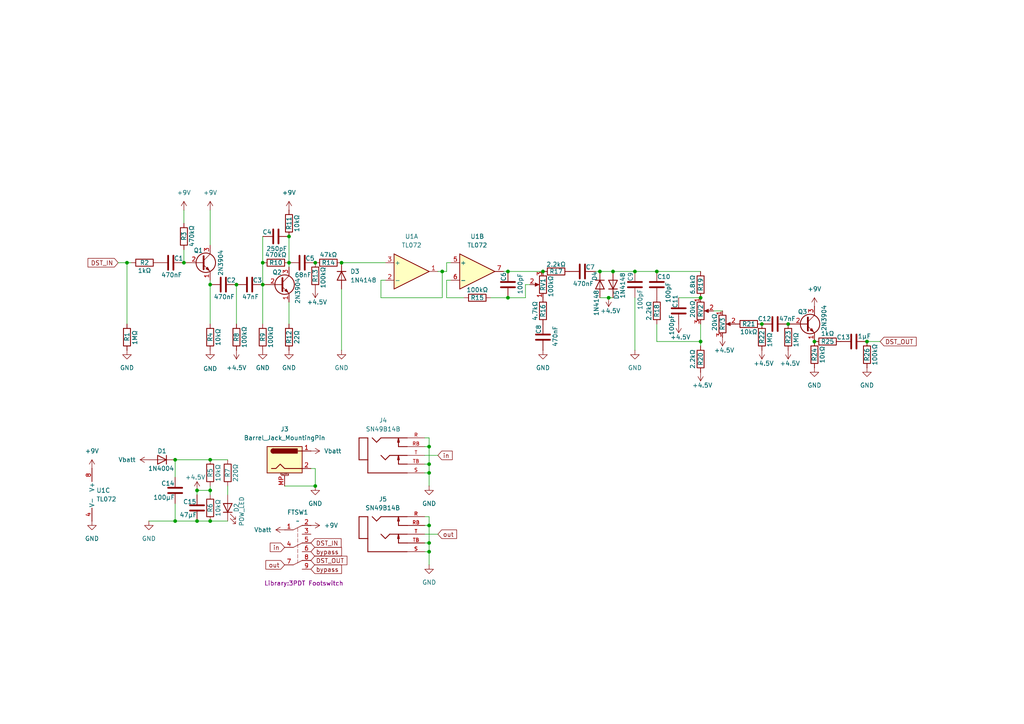
<source format=kicad_sch>
(kicad_sch (version 20231120) (generator "eeschema") (generator_version "8.0")
  (paper "A4")
  (lib_symbols
    (symbol "Amplifier_Operational:TL072" (pin_names (offset 0.127))
      (property "Reference" "U" (at 0 5.08 0))
      (property "Value" "TL072" (at 0 -5.08 0))
      (symbol "TL072_1_1"
        (polyline (pts (xy -5.08 5.08) (xy 5.08 0) (xy -5.08 -5.08) (xy -5.08 5.08)) (stroke (width 0.254)) (fill (type background)))
        (pin output line (at 7.62 0 180) (length 2.54) (name "~") (number "1"))
        (pin input line (at -7.62 -2.54 0) (length 2.54) (name "-") (number "2"))
        (pin input line (at -7.62 2.54 0) (length 2.54) (name "+") (number "3"))
      )
      (symbol "TL072_2_1"
        (polyline (pts (xy -5.08 5.08) (xy 5.08 0) (xy -5.08 -5.08) (xy -5.08 5.08)) (stroke (width 0.254)) (fill (type background)))
        (pin input line (at -7.62 2.54 0) (length 2.54) (name "+") (number "5"))
        (pin input line (at -7.62 -2.54 0) (length 2.54) (name "-") (number "6"))
        (pin output line (at 7.62 0 180) (length 2.54) (name "~") (number "7"))
      )
      (symbol "TL072_3_1"
        (pin power_in line (at -2.54 -7.62 90) (length 3.81) (name "V-") (number "4"))
        (pin power_in line (at -2.54 7.62 270) (length 3.81) (name "V+") (number "8"))
      )
    )
    (symbol "Connector:Barrel_Jack_MountingPin" (pin_names hide)
      (property "Reference" "J" (at 0 5.334 0))
      (property "Value" "Barrel_Jack_MountingPin" (at 1.27 -6.35 0))
      (symbol "Barrel_Jack_MountingPin_0_1"
        (rectangle (start -5.08 3.81) (end 5.08 -3.81) (stroke (width 0.254)) (fill (type background)))
        (arc (start -3.302 3.175) (mid -3.9343 2.54) (end -3.302 1.905) (stroke (width 0.254)))
        (arc (start -3.302 3.175) (mid -3.9343 2.54) (end -3.302 1.905) (stroke (width 0.254)) (fill (type outline)))
        (polyline (pts (xy 5.08 2.54) (xy 3.81 2.54)) (stroke (width 0.254)))
        (polyline (pts (xy -3.81 -2.54) (xy -2.54 -2.54) (xy -1.27 -1.27) (xy 0 -2.54) (xy 2.54 -2.54) (xy 5.08 -2.54)) (stroke (width 0.254)))
        (rectangle (start 3.683 3.175) (end -3.302 1.905) (stroke (width 0.254)) (fill (type outline)))
      )
      (symbol "Barrel_Jack_MountingPin_1_1"
        (polyline (pts (xy -1.016 -4.572) (xy 1.016 -4.572)) (stroke (width 0.1524)))
        (text "Mounting" (at 0 -4.191 0) (effects (font (size 0.381 0.381))))
        (pin passive line (at 7.62 2.54 180) (length 2.54) (name "~") (number "1"))
        (pin passive line (at 7.62 -2.54 180) (length 2.54) (name "~") (number "2"))
        (pin passive line (at 0 -7.62 90) (length 3.048) (name "MountPin") (number "MP"))
      )
    )
    (symbol "Device:C" (pin_numbers hide) (pin_names (offset 0.254))
      (property "Reference" "C" (at 0.635 2.54 0))
      (property "Value" "C" (at 0.635 -2.54 0))
      (symbol "C_0_1"
        (polyline (pts (xy -2.032 -0.762) (xy 2.032 -0.762)) (stroke (width 0.508)))
        (polyline (pts (xy -2.032 0.762) (xy 2.032 0.762)) (stroke (width 0.508)))
      )
      (symbol "C_1_1"
        (pin passive line (at 0 3.81 270) (length 2.794) (name "~") (number "1"))
        (pin passive line (at 0 -3.81 90) (length 2.794) (name "~") (number "2"))
      )
    )
    (symbol "Device:LED" (pin_numbers hide) (pin_names (offset 1.016) hide)
      (property "Reference" "D" (at 0 2.54 0))
      (property "Value" "LED" (at 0 -2.54 0))
      (symbol "LED_0_1"
        (polyline (pts (xy -1.27 -1.27) (xy -1.27 1.27)) (stroke (width 0.254)))
        (polyline (pts (xy -1.27 0) (xy 1.27 0)))
        (polyline (pts (xy 1.27 -1.27) (xy 1.27 1.27) (xy -1.27 0) (xy 1.27 -1.27)) (stroke (width 0.254)))
        (polyline (pts (xy -3.048 -0.762) (xy -4.572 -2.286) (xy -3.81 -2.286) (xy -4.572 -2.286) (xy -4.572 -1.524)))
        (polyline (pts (xy -1.778 -0.762) (xy -3.302 -2.286) (xy -2.54 -2.286) (xy -3.302 -2.286) (xy -3.302 -1.524)))
      )
      (symbol "LED_1_1"
        (pin passive line (at -3.81 0 0) (length 2.54) (name "K") (number "1"))
        (pin passive line (at 3.81 0 180) (length 2.54) (name "A") (number "2"))
      )
    )
    (symbol "Device:R" (pin_numbers hide) (pin_names (offset 0))
      (property "Reference" "R" (at 2.032 0 90))
      (property "Value" "R" (at 0 0 90))
      (symbol "R_0_1"
        (rectangle (start -1.016 -2.54) (end 1.016 2.54) (stroke (width 0.254)))
      )
      (symbol "R_1_1"
        (pin passive line (at 0 3.81 270) (length 1.27) (name "~") (number "1"))
        (pin passive line (at 0 -3.81 90) (length 1.27) (name "~") (number "2"))
      )
    )
    (symbol "Device:R_Potentiometer" (pin_names (offset 1.016) hide)
      (property "Reference" "RV" (at -4.445 0 90))
      (property "Value" "R_Potentiometer" (at -2.54 0 90))
      (symbol "R_Potentiometer_0_1"
        (polyline (pts (xy 2.54 0) (xy 1.524 0)))
        (polyline (pts (xy 1.143 0) (xy 2.286 0.508) (xy 2.286 -0.508) (xy 1.143 0)) (fill (type outline)))
        (rectangle (start 1.016 2.54) (end -1.016 -2.54) (stroke (width 0.254)))
      )
      (symbol "R_Potentiometer_1_1"
        (pin passive line (at 0 3.81 270) (length 1.27) (name "1") (number "1"))
        (pin passive line (at 3.81 0 180) (length 1.27) (name "2") (number "2"))
        (pin passive line (at 0 -3.81 90) (length 1.27) (name "3") (number "3"))
      )
    )
    (symbol "Diode:1N4004" (pin_numbers hide) (pin_names hide)
      (property "Reference" "D" (at 0 2.54 0))
      (property "Value" "1N4004" (at 0 -2.54 0))
      (symbol "1N4004_0_1"
        (polyline (pts (xy -1.27 1.27) (xy -1.27 -1.27)) (stroke (width 0.254)))
        (polyline (pts (xy 1.27 0) (xy -1.27 0)))
        (polyline (pts (xy 1.27 1.27) (xy 1.27 -1.27) (xy -1.27 0) (xy 1.27 1.27)) (stroke (width 0.254)))
      )
      (symbol "1N4004_1_1"
        (pin passive line (at -3.81 0 0) (length 2.54) (name "K") (number "1"))
        (pin passive line (at 3.81 0 180) (length 2.54) (name "A") (number "2"))
      )
    )
    (symbol "Diode:1N4148" (pin_numbers hide) (pin_names hide)
      (property "Reference" "D" (at 0 2.54 0))
      (property "Value" "1N4148" (at 0 -2.54 0))
      (symbol "1N4148_0_1"
        (polyline (pts (xy -1.27 1.27) (xy -1.27 -1.27)) (stroke (width 0.254)))
        (polyline (pts (xy 1.27 0) (xy -1.27 0)))
        (polyline (pts (xy 1.27 1.27) (xy 1.27 -1.27) (xy -1.27 0) (xy 1.27 1.27)) (stroke (width 0.254)))
      )
      (symbol "1N4148_1_1"
        (pin passive line (at -3.81 0 0) (length 2.54) (name "K") (number "1"))
        (pin passive line (at 3.81 0 180) (length 2.54) (name "A") (number "2"))
      )
    )
    (symbol "PJ-644C:SN49B14B" (pin_names (offset 1.016))
      (property "Reference" "J" (at -5.08 7.62 0))
      (property "Value" "SN49B14B" (at -5.08 -7.62 0))
      (symbol "SN49B14B_0_0"
        (polyline (pts (xy -8.89 -1.27) (xy -8.89 5.08)) (stroke (width 0.254)))
        (polyline (pts (xy -8.89 5.08) (xy -6.35 5.08)) (stroke (width 0.254)))
        (polyline (pts (xy -6.35 -5.08) (xy -6.35 -1.27)) (stroke (width 0.254)))
        (polyline (pts (xy -6.35 -5.08) (xy 5.08 -5.08)) (stroke (width 0.254)))
        (polyline (pts (xy -6.35 -1.27) (xy -8.89 -1.27)) (stroke (width 0.254)))
        (polyline (pts (xy -6.35 5.08) (xy -6.35 -1.27)) (stroke (width 0.254)))
        (polyline (pts (xy -5.08 5.08) (xy -3.81 3.81)) (stroke (width 0.254)))
        (polyline (pts (xy -3.81 3.81) (xy -2.54 5.08)) (stroke (width 0.254)))
        (polyline (pts (xy -2.54 0) (xy -1.27 -1.27)) (stroke (width 0.254)))
        (polyline (pts (xy -2.54 5.08) (xy 5.08 5.08)) (stroke (width 0.254)))
        (polyline (pts (xy -1.27 -1.27) (xy 0 0)) (stroke (width 0.254)))
        (polyline (pts (xy 0 0) (xy 5.08 0)) (stroke (width 0.254)))
        (polyline (pts (xy 2.54 -2.54) (xy 2.54 -0.762)) (stroke (width 0.254)))
        (polyline (pts (xy 2.54 -2.54) (xy 5.08 -2.54)) (stroke (width 0.254)))
        (polyline (pts (xy 2.54 2.54) (xy 2.54 4.318)) (stroke (width 0.254)))
        (polyline (pts (xy 2.54 2.54) (xy 5.08 2.54)) (stroke (width 0.254)))
        (polyline (pts (xy 2.54 0) (xy 2.286 -1.27) (xy 2.794 -1.27) (xy 2.54 0)) (stroke (width 0.254)) (fill (type outline)))
        (polyline (pts (xy 2.54 5.08) (xy 2.286 3.81) (xy 2.794 3.81) (xy 2.54 5.08)) (stroke (width 0.254)) (fill (type outline)))
        (pin passive line (at 10.16 5.08 180) (length 5.08) (name "~") (number "R"))
        (pin passive line (at 10.16 2.54 180) (length 5.08) (name "~") (number "RB"))
        (pin passive line (at 10.16 -5.08 180) (length 5.08) (name "~") (number "S"))
        (pin passive line (at 10.16 0 180) (length 5.08) (name "~") (number "T"))
        (pin passive line (at 10.16 -2.54 180) (length 5.08) (name "~") (number "TB"))
      )
    )
    (symbol "Transistor_BJT:2N3904" (pin_names (offset 0) hide)
      (property "Reference" "Q" (at 5.08 1.905 0))
      (property "Value" "2N3904" (at 5.08 0 0))
      (symbol "2N3904_0_1"
        (polyline (pts (xy 0.635 0.635) (xy 2.54 2.54)))
        (polyline (pts (xy 0.635 -0.635) (xy 2.54 -2.54) (xy 2.54 -2.54)))
        (polyline (pts (xy 0.635 1.905) (xy 0.635 -1.905) (xy 0.635 -1.905)) (stroke (width 0.508)))
        (polyline (pts (xy 1.27 -1.778) (xy 1.778 -1.27) (xy 2.286 -2.286) (xy 1.27 -1.778) (xy 1.27 -1.778)) (fill (type outline)))
        (circle (center 1.27 0) (radius 2.8194) (stroke (width 0.254)))
      )
      (symbol "2N3904_1_1"
        (pin passive line (at 2.54 -5.08 90) (length 2.54) (name "E") (number "1"))
        (pin passive line (at -5.08 0 0) (length 5.715) (name "B") (number "2"))
        (pin passive line (at 2.54 5.08 270) (length 2.54) (name "C") (number "3"))
      )
    )
    (symbol "footswitch:3PDT_Footswitch"
      (property "Reference" "FTSW" (at -1.778 2.032 0))
      (symbol "3PDT_Footswitch_0_1"
        (polyline (pts (xy -1.27 -11.43) (xy 1.27 -10.16)))
        (polyline (pts (xy -1.27 -6.35) (xy 1.27 -5.08)))
        (polyline (pts (xy -1.27 -1.27) (xy 1.27 0)))
      )
      (symbol "3PDT_Footswitch_1_1"
        (polyline (pts (xy 0 -0.762) (xy 0 -10.922)) (stroke (width 0.1016) (type dash)))
        (pin input line (at -3.81 -1.27 0) (length 2.54) (name "") (number "1"))
        (pin output line (at 3.81 0 180) (length 2.54) (name "") (number "2"))
        (pin output line (at 3.81 -2.54 180) (length 2.54) (name "") (number "3"))
        (pin input line (at -3.81 -6.35 0) (length 2.54) (name "") (number "4"))
        (pin output line (at 3.81 -5.08 180) (length 2.54) (name "") (number "5"))
        (pin output line (at 3.81 -7.62 180) (length 2.54) (name "") (number "6"))
        (pin input line (at -3.81 -11.43 0) (length 2.54) (name "") (number "7"))
        (pin output line (at 3.81 -10.16 180) (length 2.54) (name "") (number "8"))
        (pin output line (at 3.81 -12.7 180) (length 2.54) (name "") (number "9"))
      )
    )
    (symbol "power:+9V" (power) (pin_numbers hide) (pin_names (offset 0) hide)
      (property "Value" "+9V" (at 0 3.556 0))
      (symbol "+9V_0_1"
        (polyline (pts (xy -0.762 1.27) (xy 0 2.54)))
        (polyline (pts (xy 0 0) (xy 0 2.54)))
        (polyline (pts (xy 0 2.54) (xy 0.762 1.27)))
      )
      (symbol "+9V_1_1"
        (pin power_in line (at 0 0 90) (length 0) (name "~") (number "1"))
      )
    )
    (symbol "power:+BATT" (power) (pin_numbers hide) (pin_names (offset 0) hide)
      (property "Value" "+BATT" (at 0 3.556 0))
      (symbol "+BATT_0_1"
        (polyline (pts (xy -0.762 1.27) (xy 0 2.54)))
        (polyline (pts (xy 0 0) (xy 0 2.54)))
        (polyline (pts (xy 0 2.54) (xy 0.762 1.27)))
      )
      (symbol "+BATT_1_1"
        (pin power_in line (at 0 0 90) (length 0) (name "~") (number "1"))
      )
    )
    (symbol "power:GND" (power) (pin_numbers hide) (pin_names (offset 0) hide)
      (property "Value" "GND" (at 0 -3.81 0))
      (symbol "GND_0_1"
        (polyline (pts (xy 0 0) (xy 0 -1.27) (xy 1.27 -1.27) (xy 0 -2.54) (xy -1.27 -1.27) (xy 0 -1.27)))
      )
      (symbol "GND_1_1"
        (pin power_in line (at 0 0 270) (length 0) (name "~") (number "1"))
      )
    )
    (symbol "power:LINE" (power) (pin_numbers hide) (pin_names (offset 0) hide)
      (property "Value" "LINE" (at 0 3.556 0))
      (symbol "LINE_0_1"
        (polyline (pts (xy -0.762 1.27) (xy 0 2.54)))
        (polyline (pts (xy 0 0) (xy 0 2.54)))
        (polyline (pts (xy 0 2.54) (xy 0.762 1.27)))
      )
      (symbol "LINE_1_1"
        (pin power_in line (at 0 0 90) (length 0) (name "~") (number "1"))
      )
    )
  )
  (junction (at 36.83 76.2))
  (junction (at 68.58 82.55))
  (junction (at 251.46 99.06))
  (junction (at 60.96 133.35))
  (junction (at 236.22 99.06))
  (junction (at 99.06 76.2))
  (junction (at 203.2 99.06))
  (junction (at 83.82 68.58))
  (junction (at 124.46 157.48))
  (junction (at 91.44 76.2))
  (junction (at 190.5 78.74))
  (junction (at 91.44 140.97))
  (junction (at 60.96 82.55))
  (junction (at 228.6 93.98))
  (junction (at 50.8 133.35))
  (junction (at 184.15 78.74))
  (junction (at 60.96 151.13))
  (junction (at 57.15 142.24))
  (junction (at 176.53 86.36))
  (junction (at 147.32 86.36))
  (junction (at 124.46 134.62))
  (junction (at 76.2 82.55))
  (junction (at 50.8 151.13))
  (junction (at 124.46 137.16))
  (junction (at 157.48 78.74))
  (junction (at 220.98 93.98))
  (junction (at 124.46 129.54))
  (junction (at 124.46 160.02))
  (junction (at 147.32 78.74))
  (junction (at 173.99 78.74))
  (junction (at 203.2 86.36))
  (junction (at 177.8 78.74))
  (junction (at 76.2 76.2))
  (junction (at 124.46 152.4))
  (junction (at 83.82 76.2))
  (junction (at 57.15 151.13))
  (junction (at 60.96 142.24))
  (junction (at 53.34 76.2))
  (junction (at 128.27 78.74))
  (wire (pts (xy 123.19 134.62) (xy 124.46 134.62)))
  (wire (pts (xy 34.29 76.2) (xy 36.83 76.2)))
  (wire (pts (xy 60.96 151.13) (xy 66.04 151.13)))
  (wire (pts (xy 57.15 142.24) (xy 57.15 143.51)))
  (wire (pts (xy 90.17 135.89) (xy 91.44 135.89)))
  (wire (pts (xy 142.24 86.36) (xy 147.32 86.36)))
  (wire (pts (xy 110.49 86.36) (xy 128.27 86.36)))
  (wire (pts (xy 123.19 132.08) (xy 127 132.08)))
  (wire (pts (xy 251.46 99.06) (xy 255.27 99.06)))
  (wire (pts (xy 128.27 78.74) (xy 127 78.74)))
  (wire (pts (xy 172.72 78.74) (xy 173.99 78.74)))
  (wire (pts (xy 146.05 78.74) (xy 147.32 78.74)))
  (wire (pts (xy 60.96 82.55) (xy 60.96 93.98)))
  (wire (pts (xy 124.46 137.16) (xy 124.46 140.97)))
  (wire (pts (xy 196.85 86.36) (xy 203.2 86.36)))
  (wire (pts (xy 177.8 78.74) (xy 184.15 78.74)))
  (wire (pts (xy 128.27 78.74) (xy 129.54 78.74)))
  (wire (pts (xy 124.46 152.4) (xy 124.46 157.48)))
  (wire (pts (xy 50.8 133.35) (xy 50.8 138.43)))
  (wire (pts (xy 124.46 127) (xy 124.46 129.54)))
  (wire (pts (xy 83.82 76.2) (xy 83.82 68.58)))
  (wire (pts (xy 123.19 129.54) (xy 124.46 129.54)))
  (wire (pts (xy 173.99 78.74) (xy 177.8 78.74)))
  (wire (pts (xy 36.83 76.2) (xy 36.83 93.98)))
  (wire (pts (xy 50.8 151.13) (xy 57.15 151.13)))
  (wire (pts (xy 66.04 140.97) (xy 66.04 143.51)))
  (wire (pts (xy 76.2 68.58) (xy 76.2 76.2)))
  (wire (pts (xy 124.46 157.48) (xy 123.19 157.48)))
  (wire (pts (xy 83.82 93.98) (xy 83.82 87.63)))
  (wire (pts (xy 147.32 78.74) (xy 157.48 78.74)))
  (wire (pts (xy 60.96 142.24) (xy 60.96 143.51)))
  (wire (pts (xy 123.19 137.16) (xy 124.46 137.16)))
  (wire (pts (xy 82.55 140.97) (xy 91.44 140.97)))
  (wire (pts (xy 124.46 160.02) (xy 124.46 163.83)))
  (wire (pts (xy 123.19 160.02) (xy 124.46 160.02)))
  (wire (pts (xy 203.2 99.06) (xy 203.2 100.33)))
  (wire (pts (xy 130.81 81.28) (xy 129.54 81.28)))
  (wire (pts (xy 60.96 133.35) (xy 66.04 133.35)))
  (wire (pts (xy 50.8 133.35) (xy 60.96 133.35)))
  (wire (pts (xy 60.96 140.97) (xy 60.96 142.24)))
  (wire (pts (xy 124.46 152.4) (xy 123.19 152.4)))
  (wire (pts (xy 99.06 76.2) (xy 111.76 76.2)))
  (wire (pts (xy 207.01 90.17) (xy 209.55 90.17)))
  (wire (pts (xy 110.49 81.28) (xy 110.49 86.36)))
  (wire (pts (xy 68.58 82.55) (xy 68.58 93.98)))
  (wire (pts (xy 124.46 149.86) (xy 123.19 149.86)))
  (wire (pts (xy 184.15 78.74) (xy 190.5 78.74)))
  (wire (pts (xy 123.19 127) (xy 124.46 127)))
  (wire (pts (xy 91.44 140.97) (xy 91.44 135.89)))
  (wire (pts (xy 60.96 60.96) (xy 60.96 71.12)))
  (wire (pts (xy 129.54 76.2) (xy 129.54 78.74)))
  (wire (pts (xy 173.99 86.36) (xy 176.53 86.36)))
  (wire (pts (xy 129.54 81.28) (xy 129.54 86.36)))
  (wire (pts (xy 190.5 99.06) (xy 203.2 99.06)))
  (wire (pts (xy 124.46 134.62) (xy 124.46 129.54)))
  (wire (pts (xy 147.32 86.36) (xy 152.4 86.36)))
  (wire (pts (xy 152.4 82.55) (xy 153.67 82.55)))
  (wire (pts (xy 128.27 86.36) (xy 128.27 78.74)))
  (wire (pts (xy 184.15 86.36) (xy 184.15 101.6)))
  (wire (pts (xy 190.5 78.74) (xy 203.2 78.74)))
  (wire (pts (xy 124.46 160.02) (xy 124.46 157.48)))
  (wire (pts (xy 130.81 76.2) (xy 129.54 76.2)))
  (wire (pts (xy 124.46 149.86) (xy 124.46 152.4)))
  (wire (pts (xy 76.2 76.2) (xy 76.2 82.55)))
  (wire (pts (xy 176.53 86.36) (xy 177.8 86.36)))
  (wire (pts (xy 36.83 76.2) (xy 38.1 76.2)))
  (wire (pts (xy 110.49 81.28) (xy 111.76 81.28)))
  (wire (pts (xy 53.34 64.77) (xy 53.34 60.96)))
  (wire (pts (xy 99.06 83.82) (xy 99.06 101.6)))
  (wire (pts (xy 152.4 82.55) (xy 152.4 86.36)))
  (wire (pts (xy 190.5 93.98) (xy 190.5 99.06)))
  (wire (pts (xy 129.54 86.36) (xy 134.62 86.36)))
  (wire (pts (xy 60.96 81.28) (xy 60.96 82.55)))
  (wire (pts (xy 123.19 154.94) (xy 127 154.94)))
  (wire (pts (xy 57.15 142.24) (xy 60.96 142.24)))
  (wire (pts (xy 203.2 99.06) (xy 203.2 93.98)))
  (wire (pts (xy 50.8 146.05) (xy 50.8 151.13)))
  (wire (pts (xy 57.15 151.13) (xy 60.96 151.13)))
  (wire (pts (xy 83.82 77.47) (xy 83.82 76.2)))
  (wire (pts (xy 43.18 151.13) (xy 50.8 151.13)))
  (wire (pts (xy 76.2 93.98) (xy 76.2 82.55)))
  (wire (pts (xy 53.34 72.39) (xy 53.34 76.2)))
  (wire (pts (xy 124.46 137.16) (xy 124.46 134.62)))
  (global_label "DST_OUT" (shape input) (at 255.27 99.06 0) (property "Intersheetrefs" "${INTERSHEET_REFS}" (effects (hide yes))))
  (global_label "out" (shape input) (at 82.55 163.83 180) (property "Intersheetrefs" "${INTERSHEET_REFS}" (effects (hide yes))))
  (global_label "in" (shape input) (at 127 132.08 0) (property "Intersheetrefs" "${INTERSHEET_REFS}" (effects (hide yes))))
  (global_label "DST_IN" (shape input) (at 34.29 76.2 180) (property "Intersheetrefs" "${INTERSHEET_REFS}" (effects (hide yes))))
  (global_label "bypass" (shape input) (at 90.17 165.1 0) (property "Intersheetrefs" "${INTERSHEET_REFS}" (effects (hide yes))))
  (global_label "DST_OUT" (shape input) (at 90.17 162.56 0) (property "Intersheetrefs" "${INTERSHEET_REFS}" (effects (hide yes))))
  (global_label "out" (shape input) (at 127 154.94 0) (property "Intersheetrefs" "${INTERSHEET_REFS}" (effects (hide yes))))
  (global_label "DST_IN" (shape input) (at 90.17 157.48 0) (property "Intersheetrefs" "${INTERSHEET_REFS}" (effects (hide yes))))
  (global_label "bypass" (shape input) (at 90.17 160.02 0) (property "Intersheetrefs" "${INTERSHEET_REFS}" (effects (hide yes))))
  (global_label "in" (shape input) (at 82.55 158.75 180) (property "Intersheetrefs" "${INTERSHEET_REFS}" (effects (hide yes))))
  (symbol (lib_id "power:GND") (at 91.44 140.97 0) (unit 1)
    (property "Reference" "#PWR018" (effects (hide yes)))
    (property "Value" "GND" (at 91.44 146.05 0))
    (property "Description" "Power symbol creates a global label with name \"GND\" , ground" (effects (hide yes)))
  )
  (symbol (lib_id "Device:R") (at 68.58 97.79 180) (unit 1)
    (property "Reference" "R8" (at 68.58 97.79 90))
    (property "Value" "100kΩ" (at 70.866 97.79 90))
    (property "Footprint" "Resistor_THT:R_Axial_DIN0207_L6.3mm_D2.5mm_P10.16mm_Horizontal" (effects (hide yes)))
    (property "Description" "Resistor" (effects (hide yes)))
  )
  (symbol (lib_id "power:LINE") (at 91.44 83.82 180) (unit 1)
    (property "Reference" "#PWR017" (effects (hide yes)))
    (property "Value" "+4.5V" (at 91.948 87.63 0))
    (property "Description" "Power symbol creates a global label with name \"LINE\"" (effects (hide yes)))
  )
  (symbol (lib_id "power:LINE") (at 203.2 107.95 180) (unit 1)
    (property "Reference" "#PWR026" (effects (hide yes)))
    (property "Value" "+4.5V" (at 203.708 111.76 0))
    (property "Description" "Power symbol creates a global label with name \"LINE\"" (effects (hide yes)))
  )
  (symbol (lib_id "power:GND") (at 36.83 101.6 0) (unit 1)
    (property "Reference" "#PWR03" (effects (hide yes)))
    (property "Value" "GND" (at 36.83 106.68 0))
    (property "Description" "Power symbol creates a global label with name \"GND\" , ground" (effects (hide yes)))
  )
  (symbol (lib_id "power:GND") (at 157.48 101.6 0) (unit 1)
    (property "Reference" "#PWR022" (effects (hide yes)))
    (property "Value" "GND" (at 157.48 106.68 0))
    (property "Description" "Power symbol creates a global label with name \"GND\" , ground" (effects (hide yes)))
  )
  (symbol (lib_id "Device:R") (at 60.96 147.32 180) (unit 1)
    (property "Reference" "R6" (at 60.96 147.32 90))
    (property "Value" "10kΩ" (at 63.246 147.32 90))
    (property "Footprint" "Resistor_THT:R_Axial_DIN0207_L6.3mm_D2.5mm_P10.16mm_Horizontal" (effects (hide yes)))
    (property "Description" "Resistor" (effects (hide yes)))
  )
  (symbol (lib_id "power:+9V") (at 90.17 152.4 270) (unit 1)
    (property "Reference" "#PWR034" (effects (hide yes)))
    (property "Value" "+9V" (at 93.98 152.3999 90) (effects (justify left)))
    (property "Description" "Power symbol creates a global label with name \"+9V\"" (effects (hide yes)))
  )
  (symbol (lib_id "Device:R_Potentiometer") (at 157.48 82.55 180) (unit 1)
    (property "Reference" "RV1" (at 157.48 82.55 90))
    (property "Value" "100kΩ" (at 159.766 83.058 90))
    (property "Footprint" "Potentiometer_THT:Potentiometer_Alpha_RD901F-40-00D_Single_Vertical" (effects (hide yes)))
    (property "Description" "Potentiometer" (effects (hide yes)))
  )
  (symbol (lib_id "power:GND") (at 124.46 140.97 0) (unit 1)
    (property "Reference" "#PWR020" (effects (hide yes)))
    (property "Value" "GND" (at 124.46 146.05 0))
    (property "Description" "Power symbol creates a global label with name \"GND\" , ground" (effects (hide yes)))
  )
  (symbol (lib_id "Device:R") (at 217.17 93.98 90) (unit 1)
    (property "Reference" "R21" (at 217.17 93.98 90))
    (property "Value" "10kΩ" (at 217.17 96.266 90))
    (property "Footprint" "Resistor_THT:R_Axial_DIN0207_L6.3mm_D2.5mm_P10.16mm_Horizontal" (effects (hide yes)))
    (property "Description" "Resistor" (effects (hide yes)))
  )
  (symbol (lib_id "Device:R") (at 228.6 97.79 180) (unit 1)
    (property "Reference" "R23" (at 228.6 97.79 90))
    (property "Value" "1MΩ" (at 230.886 98.552 90))
    (property "Footprint" "Resistor_THT:R_Axial_DIN0207_L6.3mm_D2.5mm_P10.16mm_Horizontal" (effects (hide yes)))
    (property "Description" "Resistor" (effects (hide yes)))
  )
  (symbol (lib_id "Device:R") (at 83.82 64.77 180) (unit 1)
    (property "Reference" "R11" (at 83.82 64.77 90))
    (property "Value" "10kΩ" (at 86.106 64.77 90))
    (property "Footprint" "Resistor_THT:R_Axial_DIN0207_L6.3mm_D2.5mm_P10.16mm_Horizontal" (effects (hide yes)))
    (property "Description" "Resistor" (effects (hide yes)))
  )
  (symbol (lib_id "Device:C") (at 184.15 82.55 180) (unit 1)
    (property "Reference" "C9" (at 182.88 80.264 90))
    (property "Value" "100pF" (at 185.674 86.868 90))
    (property "Footprint" "Capacitor_THT:C_Rect_L4.6mm_W3.0mm_P2.50mm_MKS02_FKP02" (effects (hide yes)))
    (property "Description" "Unpolarized capacitor" (effects (hide yes)))
  )
  (symbol (lib_id "Amplifier_Operational:TL072") (at 138.43 78.74 0) (unit 2)
    (property "Reference" "U1" (at 138.43 68.58 0))
    (property "Value" "TL072" (at 138.43 71.12 0))
    (property "Footprint" "Package_DIP:DIP-8_W7.62mm" (effects (hide yes)))
    (property "Datasheet" "http://www.ti.com/lit/ds/symlink/tl071.pdf" (effects (hide yes)))
    (property "Description" "Dual Low-Noise JFET-Input Operational Amplifiers, DIP-8/SOIC-8" (effects (hide yes)))
  )
  (symbol (lib_id "Transistor_BJT:2N3904") (at 81.28 82.55 0) (unit 1)
    (property "Reference" "Q2" (at 78.994 78.994 0) (effects (justify left)))
    (property "Value" "2N3904" (at 86.36 88.138 90) (effects (justify left)))
    (property "Footprint" "Package_TO_SOT_THT:TO-92" (effects (hide yes)))
    (property "Datasheet" "https://www.onsemi.com/pub/Collateral/2N3903-D.PDF" (effects (hide yes)))
    (property "Description" "0.2A Ic, 40V Vce, Small Signal NPN Transistor, TO-92" (effects (hide yes)))
  )
  (symbol (lib_id "power:GND") (at 43.18 151.13 0) (unit 1)
    (property "Reference" "#PWR05" (effects (hide yes)))
    (property "Value" "GND" (at 43.18 156.21 0))
    (property "Description" "Power symbol creates a global label with name \"GND\" , ground" (effects (hide yes)))
  )
  (symbol (lib_id "power:+9V") (at 83.82 60.96 0) (unit 1)
    (property "Reference" "#PWR012" (effects (hide yes)))
    (property "Value" "+9V" (at 83.82 55.88 0))
    (property "Description" "Power symbol creates a global label with name \"+9V\"" (effects (hide yes)))
  )
  (symbol (lib_id "Device:R") (at 60.96 97.79 180) (unit 1)
    (property "Reference" "R4" (at 60.96 97.79 90))
    (property "Value" "10kΩ" (at 63.246 97.79 90))
    (property "Footprint" "Resistor_THT:R_Axial_DIN0207_L6.3mm_D2.5mm_P10.16mm_Horizontal" (effects (hide yes)))
    (property "Description" "Resistor" (effects (hide yes)))
  )
  (symbol (lib_id "Device:C") (at 224.79 93.98 270) (unit 1)
    (property "Reference" "C12" (at 221.742 92.456 90))
    (property "Value" "47nF" (at 228.346 92.456 90))
    (property "Footprint" "Capacitor_THT:C_Rect_L4.6mm_W3.0mm_P2.50mm_MKS02_FKP02" (effects (hide yes)))
    (property "Description" "Unpolarized capacitor" (effects (hide yes)))
  )
  (symbol (lib_id "Diode:1N4004") (at 46.99 133.35 180) (unit 1)
    (property "Reference" "D1" (at 46.99 130.81 0))
    (property "Value" "1N4004" (at 46.736 135.89 0))
    (property "Footprint" "Diode_THT:D_DO-41_SOD81_P10.16mm_Horizontal" (effects (hide yes)))
    (property "Datasheet" "http://www.vishay.com/docs/88503/1n4001.pdf" (effects (hide yes)))
    (property "Description" "400V 1A General Purpose Rectifier Diode, DO-41" (effects (hide yes)))
    (property "Sim.Device" "D" (effects (hide yes)))
    (property "Sim.Pins" "1=K 2=A" (effects (hide yes)))
  )
  (symbol (lib_id "power:LINE") (at 176.53 86.36 180) (unit 1)
    (property "Reference" "#PWR023" (effects (hide yes)))
    (property "Value" "+4.5V" (at 177.038 90.17 0))
    (property "Description" "Power symbol creates a global label with name \"LINE\"" (effects (hide yes)))
  )
  (symbol (lib_id "Device:R") (at 60.96 137.16 180) (unit 1)
    (property "Reference" "R5" (at 60.96 137.16 90))
    (property "Value" "10kΩ" (at 63.246 137.16 90))
    (property "Footprint" "Resistor_THT:R_Axial_DIN0207_L6.3mm_D2.5mm_P10.16mm_Horizontal" (effects (hide yes)))
    (property "Description" "Resistor" (effects (hide yes)))
  )
  (symbol (lib_id "Device:R") (at 157.48 90.17 0) (unit 1)
    (property "Reference" "R16" (at 157.48 90.17 90))
    (property "Value" "4.7kΩ" (at 155.194 90.17 90))
    (property "Footprint" "Resistor_THT:R_Axial_DIN0207_L6.3mm_D2.5mm_P10.16mm_Horizontal" (effects (hide yes)))
    (property "Description" "Resistor" (effects (hide yes)))
  )
  (symbol (lib_id "Device:R") (at 236.22 102.87 180) (unit 1)
    (property "Reference" "R24" (at 236.22 102.87 90))
    (property "Value" "10kΩ" (at 238.506 102.87 90))
    (property "Footprint" "Resistor_THT:R_Axial_DIN0207_L6.3mm_D2.5mm_P10.16mm_Horizontal" (effects (hide yes)))
    (property "Description" "Resistor" (effects (hide yes)))
  )
  (symbol (lib_id "power:GND") (at 60.96 101.6 0) (unit 1)
    (property "Reference" "#PWR09" (effects (hide yes)))
    (property "Value" "GND" (at 60.96 106.934 0))
    (property "Description" "Power symbol creates a global label with name \"GND\" , ground" (effects (hide yes)))
  )
  (symbol (lib_id "power:GND") (at 26.67 151.13 0) (unit 1)
    (property "Reference" "#PWR02" (effects (hide yes)))
    (property "Value" "GND" (at 26.67 156.21 0))
    (property "Description" "Power symbol creates a global label with name \"GND\" , ground" (effects (hide yes)))
  )
  (symbol (lib_id "power:LINE") (at 57.15 142.24 0) (unit 1)
    (property "Reference" "#PWR07" (effects (hide yes)))
    (property "Value" "+4.5V" (at 56.642 138.43 0))
    (property "Description" "Power symbol creates a global label with name \"LINE\"" (effects (hide yes)))
  )
  (symbol (lib_id "power:+BATT") (at 90.17 130.81 270) (unit 1)
    (property "Reference" "#PWR016" (effects (hide yes)))
    (property "Value" "Vbatt" (at 93.98 130.8099 90) (effects (justify left)))
    (property "Description" "Power symbol creates a global label with name \"+BATT\"" (effects (hide yes)))
  )
  (symbol (lib_id "Device:C") (at 49.53 76.2 90) (unit 1)
    (property "Reference" "C1" (at 51.816 74.93 90))
    (property "Value" "470nF" (at 49.784 79.756 90))
    (property "Footprint" "Capacitor_THT:C_Rect_L4.6mm_W3.0mm_P2.50mm_MKS02_FKP02" (effects (hide yes)))
    (property "Description" "Unpolarized capacitor" (effects (hide yes)))
  )
  (symbol (lib_id "power:GND") (at 236.22 106.68 0) (unit 1)
    (property "Reference" "#PWR031" (effects (hide yes)))
    (property "Value" "GND" (at 236.22 111.76 0))
    (property "Description" "Power symbol creates a global label with name \"GND\" , ground" (effects (hide yes)))
  )
  (symbol (lib_id "Device:C") (at 64.77 82.55 90) (unit 1)
    (property "Reference" "C2" (at 67.056 81.28 90))
    (property "Value" "470nF" (at 65.024 86.106 90))
    (property "Footprint" "Capacitor_THT:C_Rect_L4.6mm_W3.0mm_P2.50mm_MKS02_FKP02" (effects (hide yes)))
    (property "Description" "Unpolarized capacitor" (effects (hide yes)))
  )
  (symbol (lib_id "Device:C") (at 80.01 68.58 90) (unit 1)
    (property "Reference" "C4" (at 77.47 67.31 90))
    (property "Value" "250pF" (at 80.264 72.136 90))
    (property "Footprint" "Capacitor_THT:C_Rect_L4.6mm_W3.0mm_P2.50mm_MKS02_FKP02" (effects (hide yes)))
    (property "Description" "Unpolarized capacitor" (effects (hide yes)))
  )
  (symbol (lib_id "Device:R") (at 161.29 78.74 90) (unit 1)
    (property "Reference" "R17" (at 161.29 78.74 90))
    (property "Value" "2.2kΩ" (at 161.29 76.708 90))
    (property "Footprint" "Resistor_THT:R_Axial_DIN0207_L6.3mm_D2.5mm_P10.16mm_Horizontal" (effects (hide yes)))
    (property "Description" "Resistor" (effects (hide yes)))
  )
  (symbol (lib_id "footswitch:3PDT_Footswitch") (at 86.36 152.4 0) (unit 1)
    (property "Reference" "FTSW1" (at 86.36 148.59 0))
    (property "Value" "~" (at 86.36 151.13 0))
    (property "Footprint" "Library:3PDT Footswitch" (at 88.138 169.164 0))
  )
  (symbol (lib_id "Device:R") (at 53.34 68.58 0) (unit 1)
    (property "Reference" "R3" (at 53.34 69.85 90) (effects (justify left)))
    (property "Value" "470kΩ" (at 55.626 71.628 90) (effects (justify left)))
    (property "Footprint" "Resistor_THT:R_Axial_DIN0207_L6.3mm_D2.5mm_P10.16mm_Horizontal" (effects (hide yes)))
    (property "Description" "Resistor" (effects (hide yes)))
  )
  (symbol (lib_id "power:GND") (at 184.15 101.6 0) (unit 1)
    (property "Reference" "#PWR024" (effects (hide yes)))
    (property "Value" "GND" (at 184.15 106.68 0))
    (property "Description" "Power symbol creates a global label with name \"GND\" , ground" (effects (hide yes)))
  )
  (symbol (lib_id "Device:R") (at 41.91 76.2 90) (unit 1)
    (property "Reference" "R2" (at 41.91 76.2 90))
    (property "Value" "1kΩ" (at 41.91 78.486 90))
    (property "Footprint" "Resistor_THT:R_Axial_DIN0207_L6.3mm_D2.5mm_P10.16mm_Horizontal" (effects (hide yes)))
    (property "Description" "Resistor" (effects (hide yes)))
  )
  (symbol (lib_id "Device:C") (at 247.65 99.06 270) (unit 1)
    (property "Reference" "C13" (at 244.602 97.79 90))
    (property "Value" "1µF" (at 250.698 97.536 90))
    (property "Footprint" "Capacitor_THT:C_Rect_L4.6mm_W3.0mm_P2.50mm_MKS02_FKP02" (effects (hide yes)))
    (property "Description" "Unpolarized capacitor" (effects (hide yes)))
  )
  (symbol (lib_id "Transistor_BJT:2N3904") (at 58.42 76.2 0) (unit 1)
    (property "Reference" "Q1" (at 56.134 72.644 0) (effects (justify left)))
    (property "Value" "2N3904" (at 64.008 80.01 90) (effects (justify left)))
    (property "Footprint" "Package_TO_SOT_THT:TO-92" (effects (hide yes)))
    (property "Datasheet" "https://www.onsemi.com/pub/Collateral/2N3903-D.PDF" (effects (hide yes)))
    (property "Description" "0.2A Ic, 40V Vce, Small Signal NPN Transistor, TO-92" (effects (hide yes)))
  )
  (symbol (lib_id "power:GND") (at 83.82 101.6 0) (unit 1)
    (property "Reference" "#PWR013" (effects (hide yes)))
    (property "Value" "GND" (at 83.82 106.68 0))
    (property "Description" "Power symbol creates a global label with name \"GND\" , ground" (effects (hide yes)))
  )
  (symbol (lib_id "power:GND") (at 99.06 101.6 0) (unit 1)
    (property "Reference" "#PWR019" (effects (hide yes)))
    (property "Value" "GND" (at 99.06 106.68 0))
    (property "Description" "Power symbol creates a global label with name \"GND\" , ground" (effects (hide yes)))
  )
  (symbol (lib_id "Device:R") (at 66.04 137.16 180) (unit 1)
    (property "Reference" "R7" (at 66.04 137.16 90))
    (property "Value" "220Ω" (at 68.326 137.16 90))
    (property "Footprint" "Resistor_THT:R_Axial_DIN0207_L6.3mm_D2.5mm_P10.16mm_Horizontal" (effects (hide yes)))
    (property "Description" "Resistor" (effects (hide yes)))
  )
  (symbol (lib_id "Device:R") (at 36.83 97.79 0) (unit 1)
    (property "Reference" "R1" (at 36.83 99.06 90) (effects (justify left)))
    (property "Value" "1MΩ" (at 39.116 100.076 90) (effects (justify left)))
    (property "Footprint" "Resistor_THT:R_Axial_DIN0207_L6.3mm_D2.5mm_P10.16mm_Horizontal" (effects (hide yes)))
    (property "Description" "Resistor" (effects (hide yes)))
  )
  (symbol (lib_id "Device:R") (at 95.25 76.2 270) (unit 1)
    (property "Reference" "R14" (at 95.25 76.2 90))
    (property "Value" "47kΩ" (at 95.25 73.914 90))
    (property "Footprint" "Resistor_THT:R_Axial_DIN0207_L6.3mm_D2.5mm_P10.16mm_Horizontal" (effects (hide yes)))
    (property "Description" "Resistor" (effects (hide yes)))
  )
  (symbol (lib_id "Device:R") (at 80.01 76.2 270) (unit 1)
    (property "Reference" "R10" (at 80.01 76.2 90))
    (property "Value" "470kΩ" (at 80.01 73.914 90))
    (property "Footprint" "Resistor_THT:R_Axial_DIN0207_L6.3mm_D2.5mm_P10.16mm_Horizontal" (effects (hide yes)))
    (property "Description" "Resistor" (effects (hide yes)))
  )
  (symbol (lib_id "power:GND") (at 76.2 101.6 0) (unit 1)
    (property "Reference" "#PWR011" (effects (hide yes)))
    (property "Value" "GND" (at 76.2 106.68 0))
    (property "Description" "Power symbol creates a global label with name \"GND\" , ground" (effects (hide yes)))
  )
  (symbol (lib_id "Transistor_BJT:2N3904") (at 233.68 93.98 0) (unit 1)
    (property "Reference" "Q3" (at 231.394 90.424 0) (effects (justify left)))
    (property "Value" "2N3904" (at 239.014 96.012 90) (effects (justify left)))
    (property "Footprint" "Package_TO_SOT_THT:TO-92" (effects (hide yes)))
    (property "Datasheet" "https://www.onsemi.com/pub/Collateral/2N3903-D.PDF" (effects (hide yes)))
    (property "Description" "0.2A Ic, 40V Vce, Small Signal NPN Transistor, TO-92" (effects (hide yes)))
  )
  (symbol (lib_id "Device:R") (at 190.5 90.17 0) (unit 1)
    (property "Reference" "R18" (at 190.5 90.17 90))
    (property "Value" "2.2kΩ" (at 188.214 90.17 90))
    (property "Footprint" "Resistor_THT:R_Axial_DIN0207_L6.3mm_D2.5mm_P10.16mm_Horizontal" (effects (hide yes)))
    (property "Description" "Resistor" (effects (hide yes)))
  )
  (symbol (lib_id "Device:R_Potentiometer") (at 209.55 93.98 0) (unit 1)
    (property "Reference" "RV3" (at 209.55 93.98 90))
    (property "Value" "20kΩ" (at 207.264 93.472 90))
    (property "Footprint" "Potentiometer_THT:Potentiometer_Alpha_RD901F-40-00D_Single_Vertical" (effects (hide yes)))
    (property "Description" "Potentiometer" (effects (hide yes)))
  )
  (symbol (lib_id "power:GND") (at 124.46 163.83 0) (unit 1)
    (property "Reference" "#PWR021" (effects (hide yes)))
    (property "Value" "GND" (at 122.428 168.91 0) (effects (justify left)))
    (property "Description" "Power symbol creates a global label with name \"GND\" , ground" (effects (hide yes)))
  )
  (symbol (lib_id "power:LINE") (at 68.58 101.6 180) (unit 1)
    (property "Reference" "#PWR010" (effects (hide yes)))
    (property "Value" "+4.5V" (at 68.58 106.68 0))
    (property "Description" "Power symbol creates a global label with name \"LINE\"" (effects (hide yes)))
  )
  (symbol (lib_id "power:LINE") (at 228.6 101.6 180) (unit 1)
    (property "Reference" "#PWR029" (effects (hide yes)))
    (property "Value" "+4.5V" (at 229.108 105.41 0))
    (property "Description" "Power symbol creates a global label with name \"LINE\"" (effects (hide yes)))
  )
  (symbol (lib_id "Connector:Barrel_Jack_MountingPin") (at 82.55 133.35 0) (unit 1)
    (property "Reference" "J3" (at 82.55 124.46 0))
    (property "Value" "Barrel_Jack_MountingPin" (at 82.55 127 0))
    (property "Footprint" "Connector_BarrelJack:BarrelJack_Kycon_KLDX-0202-xC_Horizontal" (effects (hide yes)))
    (property "Description" "DC Barrel Jack with a mounting pin" (effects (hide yes)))
  )
  (symbol (lib_id "Device:R") (at 240.03 99.06 270) (unit 1)
    (property "Reference" "R25" (at 240.03 99.06 90))
    (property "Value" "1kΩ" (at 240.03 96.774 90))
    (property "Footprint" "Resistor_THT:R_Axial_DIN0207_L6.3mm_D2.5mm_P10.16mm_Horizontal" (effects (hide yes)))
    (property "Description" "Resistor" (effects (hide yes)))
  )
  (symbol (lib_id "Device:C") (at 72.39 82.55 90) (unit 1)
    (property "Reference" "C3" (at 74.676 81.28 90))
    (property "Value" "47nF" (at 72.644 86.106 90))
    (property "Footprint" "Capacitor_THT:C_Rect_L4.6mm_W3.0mm_P2.50mm_MKS02_FKP02" (effects (hide yes)))
    (property "Description" "Unpolarized capacitor" (effects (hide yes)))
  )
  (symbol (lib_id "power:+9V") (at 53.34 60.96 0) (unit 1)
    (property "Reference" "#PWR06" (effects (hide yes)))
    (property "Value" "+9V" (at 53.34 55.88 0))
    (property "Description" "Power symbol creates a global label with name \"+9V\"" (effects (hide yes)))
  )
  (symbol (lib_id "Device:R") (at 220.98 97.79 180) (unit 1)
    (property "Reference" "R22" (at 220.98 97.79 90))
    (property "Value" "1MΩ" (at 223.266 98.552 90))
    (property "Footprint" "Resistor_THT:R_Axial_DIN0207_L6.3mm_D2.5mm_P10.16mm_Horizontal" (effects (hide yes)))
    (property "Description" "Resistor" (effects (hide yes)))
  )
  (symbol (lib_id "power:LINE") (at 196.85 93.98 180) (unit 1)
    (property "Reference" "#PWR025" (effects (hide yes)))
    (property "Value" "+4.5V" (at 197.358 97.79 0))
    (property "Description" "Power symbol creates a global label with name \"LINE\"" (effects (hide yes)))
  )
  (symbol (lib_id "Device:C") (at 190.5 82.55 180) (unit 1)
    (property "Reference" "C10" (at 192.532 80.264 0))
    (property "Value" "100pF" (at 193.802 84.836 90))
    (property "Footprint" "Capacitor_THT:C_Rect_L4.6mm_W3.0mm_P2.50mm_MKS02_FKP02" (effects (hide yes)))
    (property "Description" "Unpolarized capacitor" (effects (hide yes)))
  )
  (symbol (lib_id "Device:C") (at 196.85 90.17 180) (unit 1)
    (property "Reference" "C11" (at 195.834 87.376 90))
    (property "Value" "100pF" (at 194.818 94.234 90))
    (property "Footprint" "Capacitor_THT:C_Rect_L4.6mm_W3.0mm_P2.50mm_MKS02_FKP02" (effects (hide yes)))
    (property "Description" "Unpolarized capacitor" (effects (hide yes)))
  )
  (symbol (lib_id "power:LINE") (at 209.55 97.79 180) (unit 1)
    (property "Reference" "#PWR027" (effects (hide yes)))
    (property "Value" "+4.5V" (at 210.058 101.6 0))
    (property "Description" "Power symbol creates a global label with name \"LINE\"" (effects (hide yes)))
  )
  (symbol (lib_id "Device:R") (at 203.2 82.55 0) (unit 1)
    (property "Reference" "R19" (at 203.2 82.55 90))
    (property "Value" "6.8kΩ" (at 200.914 82.55 90))
    (property "Footprint" "Resistor_THT:R_Axial_DIN0207_L6.3mm_D2.5mm_P10.16mm_Horizontal" (effects (hide yes)))
    (property "Description" "Resistor" (effects (hide yes)))
  )
  (symbol (lib_id "Device:R") (at 251.46 102.87 0) (unit 1)
    (property "Reference" "R26" (at 251.46 102.87 90))
    (property "Value" "100kΩ" (at 253.746 102.87 90))
    (property "Footprint" "Resistor_THT:R_Axial_DIN0207_L6.3mm_D2.5mm_P10.16mm_Horizontal" (effects (hide yes)))
    (property "Description" "Resistor" (effects (hide yes)))
  )
  (symbol (lib_id "Device:C") (at 168.91 78.74 90) (unit 1)
    (property "Reference" "C7" (at 171.196 77.47 90))
    (property "Value" "470nF" (at 169.164 82.296 90))
    (property "Footprint" "Capacitor_THT:C_Rect_L4.6mm_W3.0mm_P2.50mm_MKS02_FKP02" (effects (hide yes)))
    (property "Description" "Unpolarized capacitor" (effects (hide yes)))
  )
  (symbol (lib_id "Device:C") (at 147.32 82.55 180) (unit 1)
    (property "Reference" "C6" (at 146.05 80.264 90))
    (property "Value" "100pF" (at 150.876 82.296 90))
    (property "Footprint" "Capacitor_THT:C_Rect_L4.6mm_W3.0mm_P2.50mm_MKS02_FKP02" (effects (hide yes)))
    (property "Description" "Unpolarized capacitor" (effects (hide yes)))
  )
  (symbol (lib_id "PJ-644C:SN49B14B") (at 113.03 132.08 0) (unit 1)
    (property "Reference" "J4" (at 111.125 121.92 0))
    (property "Value" "SN49B14B" (at 111.125 124.46 0))
    (property "Footprint" "footprints:PJ-644C" (effects (hide yes)))
    (property "PARTREV" "F" (effects (hide yes)))
    (property "STANDARD" "Manufacturer Recommendations" (effects (hide yes)))
    (property "MANUFACTURER" "Switchcraft" (effects (hide yes)))
  )
  (symbol (lib_id "Device:LED") (at 66.04 147.32 90) (unit 1)
    (property "Reference" "D2" (at 68.58 148.59 0) (effects (justify left)))
    (property "Value" "POW_LED" (at 70.104 152.654 0) (effects (justify left)))
    (property "Footprint" "LED_THT:LED_D5.0mm" (effects (hide yes)))
    (property "Description" "Light emitting diode" (effects (hide yes)))
  )
  (symbol (lib_id "Device:R") (at 138.43 86.36 270) (unit 1)
    (property "Reference" "R15" (at 138.43 86.36 90))
    (property "Value" "100kΩ" (at 138.43 84.074 90))
    (property "Footprint" "Resistor_THT:R_Axial_DIN0207_L6.3mm_D2.5mm_P10.16mm_Horizontal" (effects (hide yes)))
    (property "Description" "Resistor" (effects (hide yes)))
  )
  (symbol (lib_id "Diode:1N4148") (at 177.8 82.55 90) (unit 1)
    (property "Reference" "D5" (at 178.816 86.868 0) (effects (justify left)))
    (property "Value" "1N4148" (at 180.594 86.614 0) (effects (justify left)))
    (property "Footprint" "Diode_THT:D_DO-35_SOD27_P7.62mm_Horizontal" (effects (hide yes)))
    (property "Datasheet" "https://assets.nexperia.com/documents/data-sheet/1N4148_1N4448.pdf" (effects (hide yes)))
    (property "Description" "100V 0.15A standard switching diode, DO-35" (effects (hide yes)))
    (property "Sim.Device" "D" (effects (hide yes)))
    (property "Sim.Pins" "1=K 2=A" (effects (hide yes)))
  )
  (symbol (lib_id "PJ-644C:SN49B14B") (at 113.03 154.94 0) (unit 1)
    (property "Reference" "J5" (at 112.268 144.78 0) (effects (justify right)))
    (property "Value" "SN49B14B" (at 116.078 147.32 0) (effects (justify right)))
    (property "Footprint" "footprints:PJ-644C" (effects (hide yes)))
    (property "PARTREV" "F" (effects (hide yes)))
    (property "STANDARD" "Manufacturer Recommendations" (effects (hide yes)))
    (property "MANUFACTURER" "Switchcraft" (effects (hide yes)))
  )
  (symbol (lib_id "Device:R_Potentiometer") (at 203.2 90.17 0) (unit 1)
    (property "Reference" "RV2" (at 203.2 90.17 90))
    (property "Value" "20kΩ" (at 200.914 89.662 90))
    (property "Footprint" "Potentiometer_THT:Potentiometer_Alpha_RD901F-40-00D_Single_Vertical" (effects (hide yes)))
    (property "Description" "Potentiometer" (effects (hide yes)))
  )
  (symbol (lib_id "Amplifier_Operational:TL072") (at 29.21 143.51 0) (unit 3)
    (property "Reference" "U1" (at 27.94 142.2399 0) (effects (justify left)))
    (property "Value" "TL072" (at 27.94 144.7799 0) (effects (justify left)))
    (property "Footprint" "Package_DIP:DIP-8_W7.62mm" (effects (hide yes)))
    (property "Datasheet" "http://www.ti.com/lit/ds/symlink/tl071.pdf" (effects (hide yes)))
    (property "Description" "Dual Low-Noise JFET-Input Operational Amplifiers, DIP-8/SOIC-8" (effects (hide yes)))
  )
  (symbol (lib_id "power:LINE") (at 220.98 101.6 180) (unit 1)
    (property "Reference" "#PWR028" (effects (hide yes)))
    (property "Value" "+4.5V" (at 221.488 105.41 0))
    (property "Description" "Power symbol creates a global label with name \"LINE\"" (effects (hide yes)))
  )
  (symbol (lib_id "Device:C") (at 157.48 97.79 180) (unit 1)
    (property "Reference" "C8" (at 156.21 95.504 90))
    (property "Value" "470nF" (at 161.036 97.536 90))
    (property "Footprint" "Capacitor_THT:C_Rect_L4.6mm_W3.0mm_P2.50mm_MKS02_FKP02" (effects (hide yes)))
    (property "Description" "Unpolarized capacitor" (effects (hide yes)))
  )
  (symbol (lib_id "Device:R") (at 76.2 97.79 180) (unit 1)
    (property "Reference" "R9" (at 76.2 97.79 90))
    (property "Value" "100kΩ" (at 78.486 97.79 90))
    (property "Footprint" "Resistor_THT:R_Axial_DIN0207_L6.3mm_D2.5mm_P10.16mm_Horizontal" (effects (hide yes)))
    (property "Description" "Resistor" (effects (hide yes)))
  )
  (symbol (lib_id "power:+9V") (at 60.96 60.96 0) (unit 1)
    (property "Reference" "#PWR08" (effects (hide yes)))
    (property "Value" "+9V" (at 60.96 55.88 0))
    (property "Description" "Power symbol creates a global label with name \"+9V\"" (effects (hide yes)))
  )
  (symbol (lib_id "Device:C") (at 50.8 142.24 0) (unit 1)
    (property "Reference" "C14" (at 46.736 140.208 0) (effects (justify left)))
    (property "Value" "100µF" (at 44.45 144.272 0) (effects (justify left)))
    (property "Footprint" "Capacitor_THT:C_Radial_D4.0mm_H5.0mm_P1.50mm" (effects (hide yes)))
    (property "Description" "Unpolarized capacitor" (effects (hide yes)))
  )
  (symbol (lib_id "Amplifier_Operational:TL072") (at 119.38 78.74 0) (unit 1)
    (property "Reference" "U1" (at 119.38 68.58 0))
    (property "Value" "TL072" (at 119.38 71.12 0))
    (property "Footprint" "Package_DIP:DIP-8_W7.62mm" (effects (hide yes)))
    (property "Datasheet" "http://www.ti.com/lit/ds/symlink/tl071.pdf" (effects (hide yes)))
    (property "Description" "Dual Low-Noise JFET-Input Operational Amplifiers, DIP-8/SOIC-8" (effects (hide yes)))
  )
  (symbol (lib_id "power:GND") (at 251.46 106.68 0) (unit 1)
    (property "Reference" "#PWR032" (effects (hide yes)))
    (property "Value" "GND" (at 251.46 111.76 0))
    (property "Description" "Power symbol creates a global label with name \"GND\" , ground" (effects (hide yes)))
  )
  (symbol (lib_id "Device:R") (at 203.2 104.14 0) (unit 1)
    (property "Reference" "R20" (at 203.2 104.14 90))
    (property "Value" "2.2kΩ" (at 200.914 104.14 90))
    (property "Footprint" "Resistor_THT:R_Axial_DIN0207_L6.3mm_D2.5mm_P10.16mm_Horizontal" (effects (hide yes)))
    (property "Description" "Resistor" (effects (hide yes)))
  )
  (symbol (lib_id "Device:C") (at 87.63 76.2 90) (unit 1)
    (property "Reference" "C5" (at 89.916 74.93 90))
    (property "Value" "68nF" (at 87.884 79.756 90))
    (property "Footprint" "Capacitor_THT:C_Rect_L4.6mm_W3.0mm_P2.50mm_MKS02_FKP02" (effects (hide yes)))
    (property "Description" "Unpolarized capacitor" (effects (hide yes)))
  )
  (symbol (lib_id "power:+9V") (at 26.67 135.89 0) (unit 1)
    (property "Reference" "#PWR01" (effects (hide yes)))
    (property "Value" "+9V" (at 26.67 130.81 0))
    (property "Description" "Power symbol creates a global label with name \"+9V\"" (effects (hide yes)))
  )
  (symbol (lib_id "power:+9V") (at 43.18 133.35 90) (unit 1)
    (property "Reference" "#PWR04" (effects (hide yes)))
    (property "Value" "Vbatt" (at 39.37 133.3499 90) (effects (justify left)))
    (property "Description" "Power symbol creates a global label with name \"+9V\"" (effects (hide yes)))
  )
  (symbol (lib_id "Diode:1N4148") (at 173.99 82.55 270) (unit 1)
    (property "Reference" "D4" (at 172.466 78.74 0) (effects (justify left)))
    (property "Value" "1N4148" (at 172.974 84.074 0) (effects (justify left)))
    (property "Footprint" "Diode_THT:D_DO-35_SOD27_P7.62mm_Horizontal" (effects (hide yes)))
    (property "Datasheet" "https://assets.nexperia.com/documents/data-sheet/1N4148_1N4448.pdf" (effects (hide yes)))
    (property "Description" "100V 0.15A standard switching diode, DO-35" (effects (hide yes)))
    (property "Sim.Device" "D" (effects (hide yes)))
    (property "Sim.Pins" "1=K 2=A" (effects (hide yes)))
  )
  (symbol (lib_id "Diode:1N4148") (at 99.06 80.01 270) (unit 1)
    (property "Reference" "D3" (at 101.6 78.7399 90) (effects (justify left)))
    (property "Value" "1N4148" (at 101.6 81.2799 90) (effects (justify left)))
    (property "Footprint" "Diode_THT:D_DO-35_SOD27_P7.62mm_Horizontal" (effects (hide yes)))
    (property "Datasheet" "https://assets.nexperia.com/documents/data-sheet/1N4148_1N4448.pdf" (effects (hide yes)))
    (property "Description" "100V 0.15A standard switching diode, DO-35" (effects (hide yes)))
    (property "Sim.Device" "D" (effects (hide yes)))
    (property "Sim.Pins" "1=K 2=A" (effects (hide yes)))
  )
  (symbol (lib_id "Device:R") (at 91.44 80.01 180) (unit 1)
    (property "Reference" "R13" (at 91.44 80.01 90))
    (property "Value" "100kΩ" (at 93.726 80.518 90))
    (property "Footprint" "Resistor_THT:R_Axial_DIN0207_L6.3mm_D2.5mm_P10.16mm_Horizontal" (effects (hide yes)))
    (property "Description" "Resistor" (effects (hide yes)))
  )
  (symbol (lib_id "Device:R") (at 83.82 97.79 180) (unit 1)
    (property "Reference" "R12" (at 83.82 97.79 90))
    (property "Value" "22Ω" (at 86.106 97.79 90))
    (property "Footprint" "Resistor_THT:R_Axial_DIN0207_L6.3mm_D2.5mm_P10.16mm_Horizontal" (effects (hide yes)))
    (property "Description" "Resistor" (effects (hide yes)))
  )
  (symbol (lib_id "Device:C") (at 57.15 147.32 0) (unit 1)
    (property "Reference" "C15" (at 53.086 145.542 0) (effects (justify left)))
    (property "Value" "47µF" (at 52.07 149.352 0) (effects (justify left)))
    (property "Footprint" "Capacitor_THT:C_Radial_D4.0mm_H5.0mm_P1.50mm" (effects (hide yes)))
    (property "Description" "Unpolarized capacitor" (effects (hide yes)))
  )
  (symbol (lib_id "power:+9V") (at 82.55 153.67 90) (unit 1)
    (property "Reference" "#PWR014" (effects (hide yes)))
    (property "Value" "Vbatt" (at 78.74 153.6699 90) (effects (justify left)))
    (property "Description" "Power symbol creates a global label with name \"+9V\"" (effects (hide yes)))
  )
  (symbol (lib_id "power:+9V") (at 236.22 88.9 0) (unit 1)
    (property "Reference" "#PWR030" (effects (hide yes)))
    (property "Value" "+9V" (at 236.22 83.82 0))
    (property "Description" "Power symbol creates a global label with name \"+9V\"" (effects (hide yes)))
  )
)
</source>
